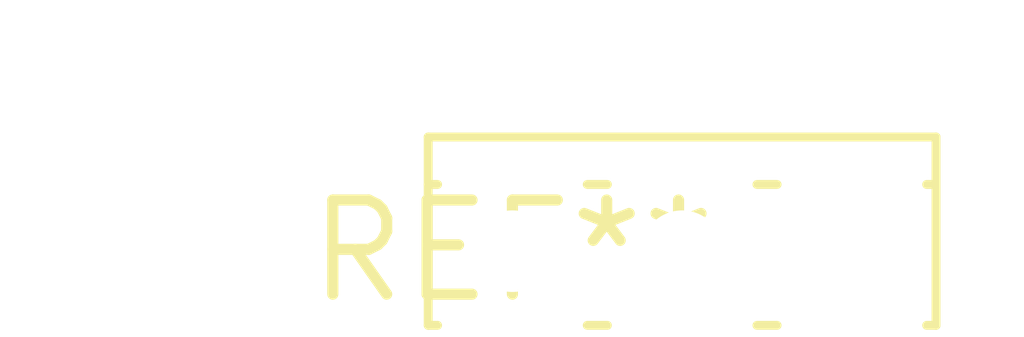
<source format=kicad_pcb>
(kicad_pcb (version 20240108) (generator pcbnew)
  (layers (0 "F.Cu" signal) (31 "B.Cu" signal) (34 "B.Paste" user) (35 "F.Paste" user) (36 "B.SilkS" user "B.Silkscreen") (37 "F.SilkS" user "F.Silkscreen") (38 "B.Mask" user) (39 "F.Mask" user) (44 "Edge.Cuts" user))
  (net 0 "")
  (footprint "SIPAK_Vertical" (layer "F.Cu") (at 0 0)
    (property "Reference" "REF**")
    (property "Value" "SIPAK_Vertical")
    (fp_line (start -1.134 -1.54) (end -1.134 1) (layer "F.SilkS") (stroke (width 0.12)))
    (fp_line (start -1.134 -1.54) (end 5.706 -1.54) (layer "F.SilkS") (stroke (width 0.12)))
    (fp_line (start -1.134 -0.9) (end -1.008 -0.9) (layer "F.SilkS") (stroke (width 0.12)))
    (fp_line (start -1.134 1) (end -1.008 1) (layer "F.SilkS") (stroke (width 0.12)))
    (fp_line (start 1.008 -0.9) (end 1.279 -0.9) (layer "F.SilkS") (stroke (width 0.12)))
    (fp_line (start 1.008 1) (end 1.279 1) (layer "F.SilkS") (stroke (width 0.12)))
    (fp_line (start 3.294 -0.9) (end 3.565 -0.9) (layer "F.SilkS") (stroke (width 0.12)))
    (fp_line (start 3.294 1) (end 3.565 1) (layer "F.SilkS") (stroke (width 0.12)))
    (fp_line (start 5.58 -0.9) (end 5.706 -0.9) (layer "F.SilkS") (stroke (width 0.12)))
    (fp_line (start 5.58 1) (end 5.706 1) (layer "F.SilkS") (stroke (width 0.12)))
    (fp_line (start 5.706 -1.54) (end 5.706 1) (layer "F.SilkS") (stroke (width 0.12)))
    (pad "1" thru_hole rect (at 0 0) (size 1.7145 1.8) (drill 1.1) (layers *.Cu *.Mask) (remove_unused_layers))
    (pad "2" thru_hole oval (at 2.286 0) (size 1.7145 1.8) (drill 1.1) (layers *.Cu *.Mask) (remove_unused_layers))
    (pad "3" thru_hole oval (at 4.572 0) (size 1.7145 1.8) (drill 1.1) (layers *.Cu *.Mask) (remove_unused_layers))
  )
)
</source>
